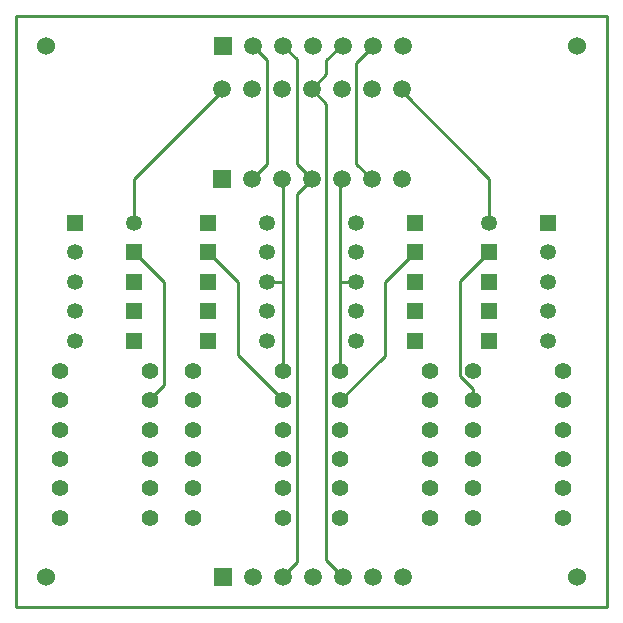
<source format=gtl>
%FSTAX23Y23*%
%MOIN*%
%SFA1B1*%

%IPPOS*%
%ADD10C,0.010000*%
%ADD11C,0.053150*%
%ADD12R,0.053150X0.053150*%
%ADD13C,0.059055*%
%ADD14R,0.059055X0.059055*%
%ADD15C,0.055118*%
%ADD16C,0.060000*%
%ADD17R,0.059055X0.059055*%
%LNlpf-1*%
%LPD*%
G54D10*
X05511Y07529D02*
D01*
X06198Y07185D02*
Y07523D01*
Y06889D02*
Y07185D01*
X0625*
X06198Y07523D02*
X06202Y07527D01*
X06006Y07185D02*
Y07523D01*
Y06889D02*
Y07185D01*
X05954D02*
X06006D01*
X05954D02*
D01*
X06002Y07527D02*
X06006Y07523D01*
X06889Y07381D02*
D01*
Y07185D02*
D01*
Y06988D02*
D01*
X06641Y06594D02*
X06643D01*
X05314Y07185D02*
D01*
X05563Y06791D02*
X05563D01*
X06598Y07189D02*
X06692Y07283D01*
X06598Y06872D02*
Y07189D01*
Y06872D02*
X06641Y06829D01*
Y06791D02*
Y06829D01*
X05802Y07967D02*
X05807Y07972D01*
X06402Y07967D02*
X06407Y07972D01*
X06402Y0782D02*
Y07827D01*
Y0782D02*
X06692Y07529D01*
Y07381D02*
Y07529D01*
X05802Y0782D02*
Y07827D01*
X05511Y07529D02*
X05802Y0782D01*
X05511Y07381D02*
Y07529D01*
X05314Y07381D02*
D01*
X05511Y07283D02*
D01*
X0561Y07185D01*
Y0684D02*
Y07185D01*
X05563Y06793D02*
X0561Y0684D01*
X05563Y06791D02*
Y06793D01*
X0625Y07915D02*
X06307Y07972D01*
X0625Y07874D02*
Y07915D01*
Y07874D02*
X0625Y07873D01*
Y07578D02*
Y07873D01*
Y07578D02*
X06302Y07527D01*
X0625Y07283D02*
D01*
X06348Y07185D02*
X06446Y07283D01*
X06348Y06938D02*
Y07185D01*
X06346Y06938D02*
X06348D01*
X06198Y06791D02*
X06346Y06938D01*
X05907Y0797D02*
Y07972D01*
Y0797D02*
X05954Y07923D01*
Y07579D02*
Y07923D01*
X05902Y07527D02*
X05954Y07579D01*
Y07283D02*
D01*
X05757D02*
X05856Y07185D01*
Y06941D02*
Y07185D01*
Y06941D02*
X06006Y06791D01*
X062Y07972D02*
X06207D01*
X06151Y07923D02*
X062Y07972D01*
X06151Y07876D02*
Y07923D01*
X06102Y07827D02*
X06151Y07876D01*
X06007Y07972D02*
X06053Y07926D01*
Y07578D02*
Y07926D01*
Y07578D02*
X06102Y07529D01*
Y07527D02*
Y07529D01*
X05954Y07185D02*
D01*
X06498Y06889D02*
X06498Y06889D01*
X06498Y06692D02*
X06498Y06692D01*
X06498Y06496D02*
X06498Y06496D01*
X06198Y06594D02*
X06198Y06594D01*
X05706Y06889D02*
D01*
X05706Y06692D02*
X05706Y06692D01*
X06006Y06594D02*
X06006Y06594D01*
X05706Y06496D02*
X05706D01*
X06941Y06889D02*
X06941D01*
X05263D02*
X05263D01*
X06641Y06395D02*
Y06397D01*
X06102Y07827D02*
X06151Y07777D01*
Y06256D02*
Y07777D01*
Y06256D02*
X06207Y062D01*
X06053Y07477D02*
X06102Y07527D01*
X06053Y0625D02*
Y07477D01*
X06007Y06203D02*
X06053Y0625D01*
X06007Y062D02*
Y06203D01*
X05118Y06102D02*
Y0807D01*
X07086*
Y06102D02*
Y0807D01*
X05118Y06102D02*
X07086D01*
G54D11*
X06692Y07381D03*
X06889Y07283D03*
Y07185D03*
Y07086D03*
Y06988D03*
X0625Y07381D03*
Y07283D03*
Y07185D03*
Y07086D03*
Y06988D03*
X05954Y07381D03*
Y07283D03*
Y07185D03*
Y07086D03*
Y06988D03*
X05511Y07381D03*
X05314Y07283D03*
Y07185D03*
Y07086D03*
Y06988D03*
G54D12*
X06889Y07381D03*
X06692Y07283D03*
Y07185D03*
Y07086D03*
Y06988D03*
X06446Y07381D03*
Y07283D03*
Y07185D03*
Y07086D03*
Y06988D03*
X05757Y07381D03*
Y07283D03*
Y07185D03*
Y07086D03*
Y06988D03*
X05314Y07381D03*
X05511Y07283D03*
Y07185D03*
Y07086D03*
Y06988D03*
G54D13*
X06407Y07972D03*
X06307D03*
X06207D03*
X06107D03*
X05907D03*
X06007D03*
X06407Y062D03*
X06307D03*
X06207D03*
X06107D03*
X05907D03*
X06007D03*
X06402Y07827D03*
X06302D03*
X06202D03*
X06102D03*
X06002D03*
X05902D03*
X05802D03*
X06402Y07527D03*
X06302D03*
X06202D03*
X06102D03*
X06002D03*
X05902D03*
G54D14*
X05807Y07972D03*
Y062D03*
G54D15*
X06641Y06889D03*
X06941D03*
X06198D03*
X06498D03*
X06006D03*
X05706D03*
X05563D03*
X05263D03*
X05563Y06791D03*
X05263D03*
X05563Y06397D03*
X05263D03*
Y06496D03*
X05563D03*
Y06594D03*
X05263D03*
Y06692D03*
X05563D03*
X06006Y06397D03*
X05706D03*
X05706Y06496D03*
X06006D03*
X06006Y06594D03*
X05706D03*
X05706Y06692D03*
X06006D03*
X06006Y06791D03*
X05706D03*
X06198Y06397D03*
X06498D03*
X06498Y06496D03*
X06198D03*
X06198Y06594D03*
X06498D03*
X06498Y06692D03*
X06198D03*
X06198Y06791D03*
X06498D03*
X06641Y06397D03*
X06941D03*
Y06496D03*
X06641D03*
Y06594D03*
X06941D03*
Y06692D03*
X06641D03*
Y06791D03*
X06941D03*
G54D16*
X05216Y07972D03*
X06988D03*
Y062D03*
X05216D03*
G54D17*
X05802Y07527D03*
M02*
</source>
